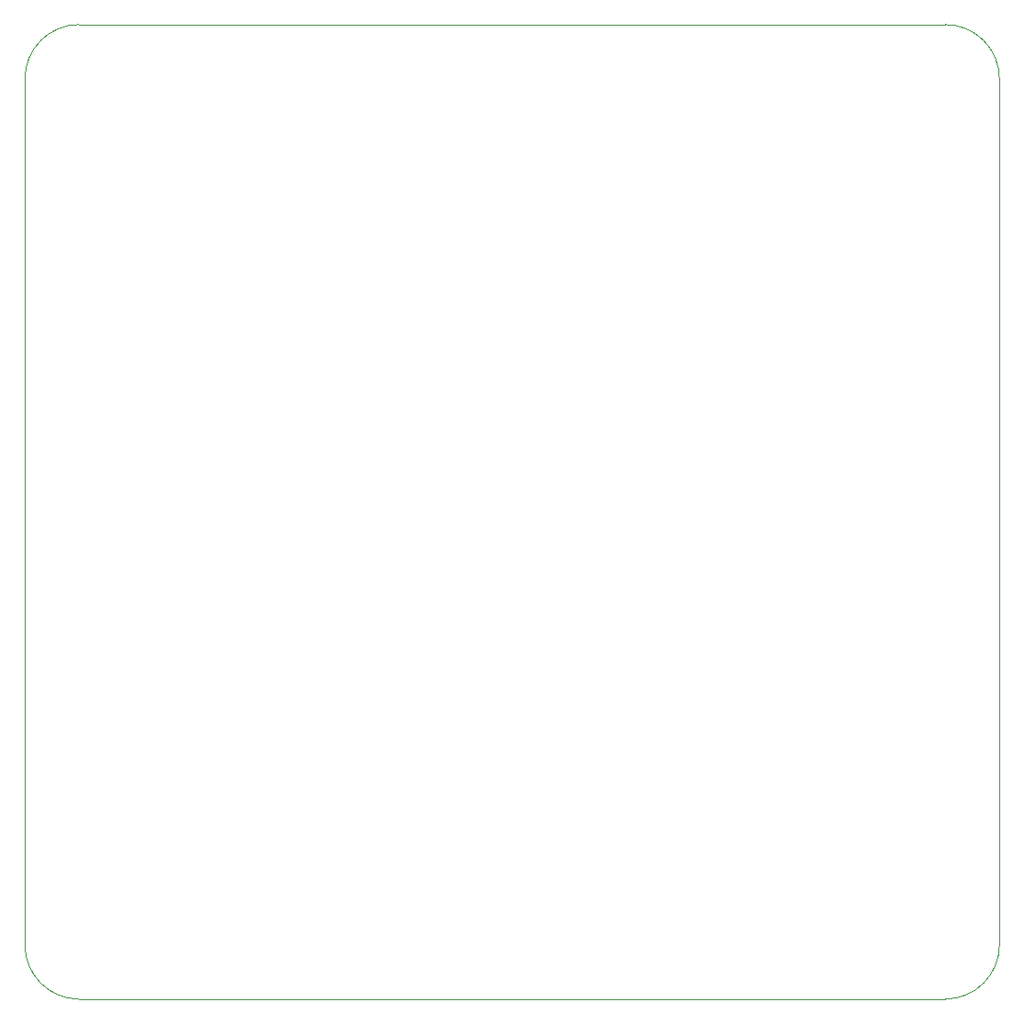
<source format=gm1>
%TF.GenerationSoftware,KiCad,Pcbnew,(6.0.2)*%
%TF.CreationDate,2022-03-25T11:37:35+00:00*%
%TF.ProjectId,nimh-charger,6e696d68-2d63-4686-9172-6765722e6b69,rev?*%
%TF.SameCoordinates,Original*%
%TF.FileFunction,Profile,NP*%
%FSLAX46Y46*%
G04 Gerber Fmt 4.6, Leading zero omitted, Abs format (unit mm)*
G04 Created by KiCad (PCBNEW (6.0.2)) date 2022-03-25 11:37:35*
%MOMM*%
%LPD*%
G01*
G04 APERTURE LIST*
%TA.AperFunction,Profile*%
%ADD10C,0.100000*%
%TD*%
G04 APERTURE END LIST*
D10*
X140000000Y-65000000D02*
G75*
G03*
X135000000Y-60000000I-5000000J0D01*
G01*
X50000000Y-145000000D02*
X50000000Y-65000000D01*
X50000000Y-145000000D02*
G75*
G03*
X55000000Y-150000000I5000000J0D01*
G01*
X135000000Y-150000000D02*
X55000000Y-150000000D01*
X135000000Y-150000000D02*
G75*
G03*
X140000000Y-145000000I0J5000000D01*
G01*
X55000000Y-60000000D02*
X135000000Y-60000000D01*
X140000000Y-65000000D02*
X140000000Y-145000000D01*
X55000000Y-60000000D02*
G75*
G03*
X50000000Y-65000000I0J-5000000D01*
G01*
M02*

</source>
